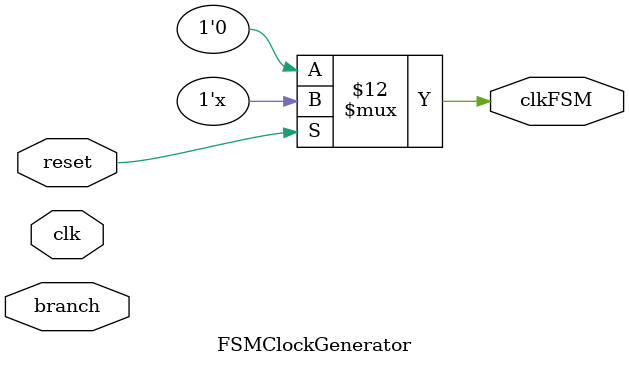
<source format=v>
`timescale 1ns / 1ps
module FSMClockGenerator(
	input clk,
	input reset,
	input branch,
	output reg clkFSM
    );

always@(clk,reset)
begin
if(reset == 0)
clkFSM = 0;
else if(branch == 1)
clkFSM = ~clkFSM;
end
endmodule

</source>
